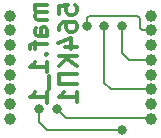
<source format=gbr>
G04 #@! TF.GenerationSoftware,KiCad,Pcbnew,(5.0.0)*
G04 #@! TF.CreationDate,2019-04-19T16:08:10+03:00*
G04 #@! TF.ProjectId,564__1__DG409L,3536341A1F31125F44473430394C2E6B,rev?*
G04 #@! TF.SameCoordinates,Original*
G04 #@! TF.FileFunction,Copper,L2,Bot,Signal*
G04 #@! TF.FilePolarity,Positive*
%FSLAX46Y46*%
G04 Gerber Fmt 4.6, Leading zero omitted, Abs format (unit mm)*
G04 Created by KiCad (PCBNEW (5.0.0)) date 04/19/19 16:08:10*
%MOMM*%
%LPD*%
G01*
G04 APERTURE LIST*
G04 #@! TA.AperFunction,NonConductor*
%ADD10C,0.300000*%
G04 #@! TD*
G04 #@! TA.AperFunction,ComponentPad*
%ADD11C,1.000000*%
G04 #@! TD*
G04 #@! TA.AperFunction,ViaPad*
%ADD12C,0.800000*%
G04 #@! TD*
G04 #@! TA.AperFunction,Conductor*
%ADD13C,0.200000*%
G04 #@! TD*
G04 APERTURE END LIST*
D10*
X140178571Y-88392857D02*
X139178571Y-88392857D01*
X139321428Y-88392857D02*
X139250000Y-88464285D01*
X139178571Y-88607142D01*
X139178571Y-88821428D01*
X139250000Y-88964285D01*
X139392857Y-89035714D01*
X140178571Y-89035714D01*
X139392857Y-89035714D02*
X139250000Y-89107142D01*
X139178571Y-89250000D01*
X139178571Y-89464285D01*
X139250000Y-89607142D01*
X139392857Y-89678571D01*
X140178571Y-89678571D01*
X140178571Y-91035714D02*
X139392857Y-91035714D01*
X139250000Y-90964285D01*
X139178571Y-90821428D01*
X139178571Y-90535714D01*
X139250000Y-90392857D01*
X140107142Y-91035714D02*
X140178571Y-90892857D01*
X140178571Y-90535714D01*
X140107142Y-90392857D01*
X139964285Y-90321428D01*
X139821428Y-90321428D01*
X139678571Y-90392857D01*
X139607142Y-90535714D01*
X139607142Y-90892857D01*
X139535714Y-91035714D01*
X139178571Y-91535714D02*
X139178571Y-92107142D01*
X140178571Y-91750000D02*
X138892857Y-91750000D01*
X138750000Y-91821428D01*
X138678571Y-91964285D01*
X138678571Y-92107142D01*
X140035714Y-92607142D02*
X140107142Y-92678571D01*
X140178571Y-92607142D01*
X140107142Y-92535714D01*
X140035714Y-92607142D01*
X140178571Y-92607142D01*
X140178571Y-94107142D02*
X140178571Y-93250000D01*
X140178571Y-93678571D02*
X138678571Y-93678571D01*
X138892857Y-93535714D01*
X139035714Y-93392857D01*
X139107142Y-93250000D01*
X140321428Y-94392857D02*
X140321428Y-95535714D01*
X140178571Y-96678571D02*
X140178571Y-95821428D01*
X140178571Y-96250000D02*
X138678571Y-96250000D01*
X138892857Y-96107142D01*
X139035714Y-95964285D01*
X139107142Y-95821428D01*
X141178571Y-89178571D02*
X141178571Y-88464285D01*
X141892857Y-88392857D01*
X141821428Y-88464285D01*
X141750000Y-88607142D01*
X141750000Y-88964285D01*
X141821428Y-89107142D01*
X141892857Y-89178571D01*
X142035714Y-89250000D01*
X142392857Y-89250000D01*
X142535714Y-89178571D01*
X142607142Y-89107142D01*
X142678571Y-88964285D01*
X142678571Y-88607142D01*
X142607142Y-88464285D01*
X142535714Y-88392857D01*
X141178571Y-90535714D02*
X141178571Y-90250000D01*
X141250000Y-90107142D01*
X141321428Y-90035714D01*
X141535714Y-89892857D01*
X141821428Y-89821428D01*
X142392857Y-89821428D01*
X142535714Y-89892857D01*
X142607142Y-89964285D01*
X142678571Y-90107142D01*
X142678571Y-90392857D01*
X142607142Y-90535714D01*
X142535714Y-90607142D01*
X142392857Y-90678571D01*
X142035714Y-90678571D01*
X141892857Y-90607142D01*
X141821428Y-90535714D01*
X141750000Y-90392857D01*
X141750000Y-90107142D01*
X141821428Y-89964285D01*
X141892857Y-89892857D01*
X142035714Y-89821428D01*
X141678571Y-91964285D02*
X142678571Y-91964285D01*
X141107142Y-91607142D02*
X142178571Y-91250000D01*
X142178571Y-92178571D01*
X142678571Y-92750000D02*
X141178571Y-92750000D01*
X142678571Y-93607142D02*
X141821428Y-92964285D01*
X141178571Y-93607142D02*
X142035714Y-92750000D01*
X142678571Y-94250000D02*
X141178571Y-94250000D01*
X141178571Y-95107142D01*
X142678571Y-95107142D01*
X142678571Y-96607142D02*
X142678571Y-95750000D01*
X142678571Y-96178571D02*
X141178571Y-96178571D01*
X141392857Y-96035714D01*
X141535714Y-95892857D01*
X141607142Y-95750000D01*
D11*
G04 #@! TO.P,DD1,1*
G04 #@! TO.N,Y0*
X137000000Y-89310001D03*
G04 #@! TO.P,DD1,16*
G04 #@! TO.N,Vcc*
X149000000Y-89310001D03*
G04 #@! TO.P,DD1,2*
G04 #@! TO.N,Y2*
X137000000Y-90560001D03*
G04 #@! TO.P,DD1,15*
G04 #@! TO.N,X2*
X149000000Y-90560001D03*
G04 #@! TO.P,DD1,3*
G04 #@! TO.N,Y*
X137000000Y-91810001D03*
G04 #@! TO.P,DD1,14*
G04 #@! TO.N,X1*
X149000000Y-91810001D03*
G04 #@! TO.P,DD1,4*
G04 #@! TO.N,Y3*
X137000000Y-93060001D03*
G04 #@! TO.P,DD1,13*
G04 #@! TO.N,X*
X149000000Y-93060001D03*
G04 #@! TO.P,DD1,5*
G04 #@! TO.N,Y1*
X137000000Y-94310001D03*
G04 #@! TO.P,DD1,12*
G04 #@! TO.N,X0*
X149000000Y-94310001D03*
G04 #@! TO.P,DD1,6*
G04 #@! TO.N,C*
X137000000Y-95560001D03*
G04 #@! TO.P,DD1,11*
G04 #@! TO.N,X3*
X149000000Y-95560001D03*
G04 #@! TO.P,DD1,7*
G04 #@! TO.N,Net-(DD1-Pad7)*
X137000000Y-96810001D03*
G04 #@! TO.P,DD1,10*
G04 #@! TO.N,A*
X149000000Y-96810001D03*
G04 #@! TO.P,DD1,8*
G04 #@! TO.N,GND*
X137000000Y-98060001D03*
G04 #@! TO.P,DD1,9*
G04 #@! TO.N,B*
X149000000Y-98060001D03*
G04 #@! TD*
D12*
G04 #@! TO.N,X2*
X143500000Y-90210001D03*
G04 #@! TO.N,X*
X146500000Y-90210001D03*
G04 #@! TO.N,C*
X139500000Y-97250000D03*
X146500000Y-99000000D03*
G04 #@! TO.N,X3*
X145000000Y-90210001D03*
G04 #@! TO.N,B*
X141000000Y-97250000D03*
G04 #@! TD*
D13*
G04 #@! TO.N,X2*
X143500000Y-89500000D02*
X143500000Y-90210001D01*
X148182002Y-90560001D02*
X148000000Y-90377999D01*
X148000000Y-90377999D02*
X148000000Y-89500000D01*
X148000000Y-89500000D02*
X147810000Y-89310000D01*
X149000000Y-90560001D02*
X148182002Y-90560001D01*
X147810000Y-89310000D02*
X143690000Y-89310000D01*
X143690000Y-89310000D02*
X143500000Y-89500000D01*
G04 #@! TO.N,X*
X147060001Y-93060001D02*
X149000000Y-93060001D01*
X146500000Y-90210001D02*
X146500000Y-92500000D01*
X146500000Y-92500000D02*
X147060001Y-93060001D01*
G04 #@! TO.N,C*
X140151472Y-99000000D02*
X141000000Y-99000000D01*
X139500000Y-98348528D02*
X140151472Y-99000000D01*
X139500000Y-97500000D02*
X139500000Y-98348528D01*
X141000000Y-99000000D02*
X146500000Y-99000000D01*
G04 #@! TO.N,X3*
X145560001Y-95560001D02*
X149000000Y-95560001D01*
X145000000Y-90210001D02*
X145000000Y-95000000D01*
X145000000Y-95000000D02*
X145560001Y-95560001D01*
G04 #@! TO.N,B*
X141750000Y-98000000D02*
X148599990Y-98000000D01*
X141000000Y-97250000D02*
X141750000Y-98000000D01*
G04 #@! TD*
M02*

</source>
